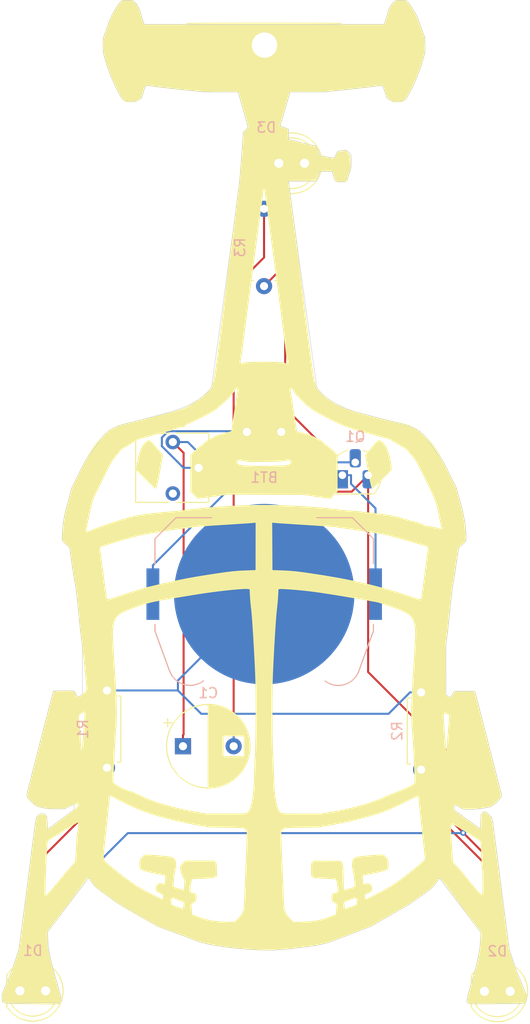
<source format=kicad_pcb>
(kicad_pcb (version 20241229) (generator "pcbnew") (generator_version "9.0")
  (layers (0 "F.Cu" signal) (2 "B.Cu" signal) (13 "F.Paste" user) (15 "B.Paste" user) (5 "F.SilkS" user "F.Silkscreen") (7 "B.SilkS" user "B.Silkscreen") (1 "F.Mask" user) (3 "B.Mask" user) (25 "Edge.Cuts" user))
  (net 0 "")
  (net 1 "Net-(BT1-+)")
  (net 2 "Net-(BT1--)")
  (net 3 "Net-(D1-K)")
  (net 4 "Net-(D2-K)")
  (net 5 "Net-(D3-K)")
  (net 6 "Net-(D1-A)")
  (net 7 "Net-(Q1-B)")
  (net 8 "Net-(R4-Pad1)")
  (footprint "Resistor_THT:R_Axial_DIN0207_L6.3mm_D2.5mm_P7.62mm_Horizontal" (layer "F.Cu") (at 169.5 107.31 90)
    (property "Reference" "R2" (at 3.81 -2.37 270) (layer "B.SilkS") (effects (justify mirror)))
    (property "Value" "R")
    (pad "1" thru_hole circle (at 0 0 90) (size 1.6 1.6) (drill 0.8) (layers "*.Cu" "*.Mask") (net 4 "Net-(D2-K)"))
    (pad "2" thru_hole oval (at 7.62 0 90) (size 1.6 1.6) (drill 0.8) (layers "*.Cu" "*.Mask") (net 2 "Net-(BT1--)"))
  )
  (footprint "OptoDevice:R_LDR_5.1x4.3mm_P3.4mm_Vertical" (layer "F.Cu") (at 152.3 74)
    (property "Reference" "R4" (at 1.7 -2.9 0) (layer "F.SilkS"))
    (property "Value" "R_Photo")
    (pad "1" thru_hole circle (at 0 0) (size 1.5 1.5) (drill 0.8) (layers "*.Cu" "*.Mask") (net 8 "Net-(R4-Pad1)"))
    (pad "2" thru_hole circle (at 3.4 0) (size 1.5 1.5) (drill 0.8) (layers "*.Cu" "*.Mask") (net 7 "Net-(Q1-B)"))
  )
  (footprint "LED_THT:LED_D5.0mm" (layer "F.Cu") (at 129.91 129.125)
    (property "Reference" "D1" (at 1.27 -3.96 0) (layer "B.SilkS") (effects (justify mirror)))
    (property "Value" "LED" (hide yes))
    (pad "1" thru_hole rect (at 0 0) (size 1.8 1.8) (drill 0.9) (layers "*.Cu" "*.Mask") (net 3 "Net-(D1-K)"))
    (pad "2" thru_hole circle (at 2.54 0) (size 1.8 1.8) (drill 0.9) (layers "*.Cu" "*.Mask") (net 6 "Net-(D1-A)"))
  )
  (footprint "LED_THT:LED_D5.0mm" (layer "F.Cu") (at 155.46 47.5)
    (property "Reference" "D3" (at -1.235 -3.525 0) (layer "B.SilkS") (effects (justify mirror)))
    (property "Value" "LED" (hide yes))
    (pad "1" thru_hole rect (at 0 0) (size 1.8 1.8) (drill 0.9) (layers "*.Cu" "*.Mask") (net 5 "Net-(D3-K)"))
    (pad "2" thru_hole circle (at 2.54 0) (size 1.8 1.8) (drill 0.9) (layers "*.Cu" "*.Mask") (net 6 "Net-(D1-A)"))
  )
  (footprint "Resistor_THT:R_Axial_DIN0207_L6.3mm_D2.5mm_P7.62mm_Horizontal" (layer "F.Cu") (at 154 59.62 90)
    (property "Reference" "R3" (at 3.81 -2.37 270) (layer "B.SilkS") (effects (justify mirror)))
    (property "Value" "R")
    (pad "1" thru_hole circle (at 0 0 90) (size 1.6 1.6) (drill 0.8) (layers "*.Cu" "*.Mask") (net 5 "Net-(D3-K)"))
    (pad "2" thru_hole oval (at 7.62 0 90) (size 1.6 1.6) (drill 0.8) (layers "*.Cu" "*.Mask") (net 2 "Net-(BT1--)"))
  )
  (footprint "Potentiometer_THT:Potentiometer_Vishay_T73YP_Vertical" (layer "F.Cu") (at 145 80.08)
    (property "Reference" "RV1" (at -0.06 -7.09 0) (layer "F.SilkS"))
    (property "Value" "R_Potentiometer")
    (pad "1" thru_hole circle (at 0 0) (size 1.44 1.44) (drill 0.8) (layers "*.Cu" "*.Mask"))
    (pad "2" thru_hole circle (at 2.54 -2.54) (size 1.44 1.44) (drill 0.8) (layers "*.Cu" "*.Mask") (net 8 "Net-(R4-Pad1)"))
    (pad "3" thru_hole circle (at 0 -5.08) (size 1.44 1.44) (drill 0.8) (layers "*.Cu" "*.Mask") (net 1 "Net-(BT1-+)"))
  )
  (footprint "Resistor_THT:R_Axial_DIN0207_L6.3mm_D2.5mm_P7.62mm_Horizontal" (layer "F.Cu") (at 138.5 107.12 90)
    (property "Reference" "R1" (at 3.81 -2.37 270) (layer "B.SilkS") (effects (justify mirror)))
    (property "Value" "R")
    (pad "1" thru_hole circle (at 0 0 90) (size 1.6 1.6) (drill 0.8) (layers "*.Cu" "*.Mask") (net 3 "Net-(D1-K)"))
    (pad "2" thru_hole oval (at 7.62 0 90) (size 1.6 1.6) (drill 0.8) (layers "*.Cu" "*.Mask") (net 2 "Net-(BT1--)"))
  )
  (footprint "Package_TO_SOT_THT:TO-92L_HandSolder" (layer "F.Cu") (at 161.73 78.27)
    (property "Reference" "Q1" (at 1.27 -3.8 0) (layer "B.SilkS") (effects (justify mirror)))
    (property "Value" "PNP")
    (pad "1" thru_hole rect (at 0 0) (size 1.1 1.8) (drill 0.75 (offset 0 0.4)) (layers "*.Cu" "*.Mask") (net 1 "Net-(BT1-+)"))
    (pad "2" thru_hole roundrect (at 1.27 -1.27) (size 1.1 1.8) (drill 0.75 (offset 0 -0.4)) (layers "*.Cu" "*.Mask") (net 7 "Net-(Q1-B)"))
    (pad "3" thru_hole roundrect (at 2.54 0) (size 1.1 1.8) (drill 0.75 (offset 0 0.4)) (layers "*.Cu" "*.Mask") (net 6 "Net-(D1-A)"))
  )
  (footprint "LOGO" (layer "F.Cu") (at 154 81)
    (property "Reference" "G***" (hide yes))
    (property "Value" "LOGO" (hide yes))
  )
  (footprint "Capacitor_THT:CP_Radial_D8.0mm_P5.00mm" (layer "F.Cu") (at 146 105)
    (property "Reference" "C1" (at 2.5 -5.25 0) (layer "B.SilkS") (effects (justify mirror)))
    (property "Value" "C")
    (pad "1" thru_hole rect (at 0 0) (size 1.6 1.6) (drill 0.8) (layers "*.Cu" "*.Mask") (net 1 "Net-(BT1-+)"))
    (pad "2" thru_hole circle (at 5 0) (size 1.6 1.6) (drill 0.8) (layers "*.Cu" "*.Mask") (net 2 "Net-(BT1--)"))
  )
  (footprint "MountingHole:MountingHole_2.5mm" (layer "F.Cu") (at 154.05 35.85)
    (property "Reference" "REF**" (hide yes))
    (property "Value" "MountingHole_2.5mm")
    (pad "" np_thru_hole circle (at 0 0) (size 2.5 2.5) (drill 2.5) (layers "*.Cu" "*.Mask"))
  )
  (footprint "LED_THT:LED_D5.0mm" (layer "F.Cu") (at 175.75 129.175)
    (property "Reference" "D2" (at 1.27 -3.96 0) (layer "B.SilkS") (effects (justify mirror)))
    (property "Value" "LED" (hide yes))
    (pad "1" thru_hole rect (at 0 0) (size 1.8 1.8) (drill 0.9) (layers "*.Cu" "*.Mask") (net 4 "Net-(D2-K)"))
    (pad "2" thru_hole circle (at 2.54 0) (size 1.8 1.8) (drill 0.9) (layers "*.Cu" "*.Mask") (net 6 "Net-(D1-A)"))
  )
  (footprint "Battery:BatteryHolder_Keystone_3034_1x20mm" (layer "B.Cu") (at 154.015 90 180)
    (property "Reference" "BT1" (at 0 11.5 0) (layer "B.SilkS") (effects (justify mirror)))
    (property "Value" "Battery_Cell")
    (pad "1" smd rect (at -10.985 0 180) (size 1.27 5.08) (layers "B.Cu" "B.Mask" "B.Paste") (net 1 "Net-(BT1-+)"))
    (pad "1" smd rect (at 10.985 0 180) (size 1.27 5.08) (layers "B.Cu" "B.Mask" "B.Paste") (net 1 "Net-(BT1-+)"))
    (pad "2" smd circle (at 0 0 180) (size 17.8 17.8) (layers "B.Cu" "B.Mask") (net 2 "Net-(BT1--)"))
  )
  (gr_line (start 161.236934 49.341905) (end 162 49.341905) (stroke (width 0.05)) (layer "Edge.Cuts"))
  (gr_line (start 139.675 31.775) (end 139.925 31.5) (stroke (width 0.05)) (layer "Edge.Cuts"))
  (gr_line (start 165.625 39.825) (end 165.8 40.075) (stroke (width 0.05)) (layer "Edge.Cuts"))
  (gr_line (start 129.125 127.1) (end 128.15 129.45) (stroke (width 0.05)) (layer "Edge.Cuts"))
  (gr_line (start 142.225 40.075) (end 141.9 41.075) (stroke (width 0.05)) (layer "Edge.Cuts"))
  (gr_line (start 173.85 83.025) (end 173.95 84.45) (stroke (width 0.05)) (layer "Edge.Cuts"))
  (gr_line (start 172.05 100) (end 172.25 100.15) (stroke (width 0.05)) (layer "Edge.Cuts"))
  (gr_line (start 170.875 118.65) (end 170.375 119.15) (stroke (width 0.05)) (layer "Edge.Cuts"))
  (gr_line (start 173.45 85.225) (end 173.3 85.35) (stroke (width 0.05)) (layer "Edge.Cuts"))
  (gr_line (start 134.575 85.175) (end 134.725 85.3) (stroke (width 0.05)) (layer "Edge.Cuts"))
  (gr_line (start 133.95 129.675) (end 133.225 127.125) (stroke (width 0.05)) (layer "Edge.Cuts"))
  (gr_line (start 137.65 119.1) (end 139.725 120.575) (stroke (width 0.05)) (layer "Edge.Cuts"))
  (gr_line (start 139 32.85) (end 139.675 31.775) (stroke (width 0.05)) (layer "Edge.Cuts"))
  (gr_line (start 132.3 111.65) (end 132 111.65) (stroke (width 0.05)) (layer "Edge.Cuts"))
  (gr_line (start 159.05 124.675) (end 156.5 125) (stroke (width 0.05)) (layer "Edge.Cuts"))
  (gr_line (start 172.775 110.85) (end 172.775 111.3) (stroke (width 0.05)) (layer "Edge.Cuts"))
  (gr_line (start 138.15 35.1) (end 139 32.85) (stroke (width 0.05)) (layer "Edge.Cuts"))
  (gr_arc (start 168.368745 73.459394) (mid 169.284546 73.889368) (end 170.017686 74.586558) (stroke (width 0.05)) (layer "Edge.Cuts"))
  (gr_line (start 171.95 99.9) (end 172.05 100) (stroke (width 0.05)) (layer "Edge.Cuts"))
  (gr_line (start 173.55 81.6) (end 173.85 83.025) (stroke (width 0.05)) (layer "Edge.Cuts"))
  (gr_line (start 173.8 84.9) (end 173.45 85.225) (stroke (width 0.05)) (layer "Edge.Cuts"))
  (gr_line (start 166.05 33.2) (end 165.85 33.8) (stroke (width 0.05)) (layer "Edge.Cuts"))
  (gr_line (start 134.175 82.975) (end 134.075 84.4) (stroke (width 0.05)) (layer "Edge.Cuts"))
  (gr_curve (pts (xy 145.025 71.95) (xy 148.025 71.05) (xy 148.825 69.55) (xy 148.825 69.55)) (stroke (width 0.05)) (layer "Edge.Cuts"))
  (gr_line (start 147.75 124.35) (end 148.975 124.625) (stroke (width 0.05)) (layer "Edge.Cuts"))
  (gr_line (start 171.95 95.025) (end 171.95 99.9) (stroke (width 0.05)) (layer "Edge.Cuts"))
  (gr_line (start 134 130.2) (end 134 130.1) (stroke (width 0.05)) (layer "Edge.Cuts"))
  (gr_line (start 131.8 111.75) (end 131.575 111.95) (stroke (width 0.05)) (layer "Edge.Cuts"))
  (gr_line (start 135.625 100.1) (end 135.55 100.025) (stroke (width 0.05)) (layer "Edge.Cuts"))
  (gr_arc (start 161.236931 49.341905) (mid 161.114153 49.278153) (end 161 49.2) (stroke (width 0.05)) (layer "Edge.Cuts"))
  (gr_line (start 151.525 124.95) (end 153.225 125.075) (stroke (width 0.05)) (layer "Edge.Cuts"))
  (gr_line (start 173.225 85.45) (end 173.175 85.675) (stroke (width 0.05)) (layer "Edge.Cuts"))
  (gr_arc (start 138.007314 74.536558) (mid 138.740454 73.839368) (end 139.656255 73.409394) (stroke (width 0.05)) (layer "Edge.Cuts"))
  (gr_line (start 169.875 36.625) (end 169.875 35.1) (stroke (width 0.05)) (layer "Edge.Cuts"))
  (gr_line (start 136.725 117.95) (end 137.15 118.6) (stroke (width 0.05)) (layer "Edge.Cuts"))
  (gr_line (start 135.2 99.525) (end 133.275 99.525) (stroke (width 0.05)) (layer "Edge.Cuts"))
  (gr_line (start 159.5 48.3) (end 160.7 48.3) (stroke (width 0.05)) (layer "Edge.Cuts"))
  (gr_line (start 159.175 45.825) (end 156.425 45.15) (stroke (width 0.05)) (layer "Edge.Cuts"))
  (gr_line (start 165.55 122.2) (end 164.55 122.775) (stroke (width 0.05)) (layer "Edge.Cuts"))
  (gr_line (start 172.775 111.3) (end 175.35 113.15) (stroke (width 0.05)) (layer "Edge.Cuts"))
  (gr_line (start 175.35 113.15) (end 175.4 111.8) (stroke (width 0.05)) (layer "Edge.Cuts"))
  (gr_line (start 133.2 99.6) (end 130.6 109.675) (stroke (width 0.05)) (layer "Edge.Cuts"))
  (gr_line (start 172.675 99.725) (end 172.825 99.575) (stroke (width 0.05)) (layer "Edge.Cuts"))
  (gr_line (start 135.55 100.025) (end 135.35 99.675) (stroke (width 0.05)) (layer "Edge.Cuts"))
  (gr_line (start 131.65 110.925) (end 132.5 111.1) (stroke (width 0.05)) (layer "Edge.Cuts"))
  (gr_line (start 174.75 99.575) (end 174.825 99.65) (stroke (width 0.05)) (layer "Edge.Cuts"))
  (gr_line (start 134.8 85.4) (end 134.85 85.625) (stroke (width 0.05)) (layer "Edge.Cuts"))
  (gr_line (start 168.368745 73.459395) (end 163 72) (stroke (width 0.05)) (layer "Edge.Cuts"))
  (gr_line (start 130.6 109.9) (end 130.7 110.075) (stroke (width 0.05)) (layer "Edge.Cuts"))
  (gr_line (start 162.85 123.425) (end 160.275 124.4) (stroke (width 0.05)) (layer "Edge.Cuts"))
  (gr_line (start 132.625 123.325) (end 136.725 117.95) (stroke (width 0.05)) (layer "Edge.Cuts"))
  (gr_line (start 134.85 85.625) (end 135.425 89.275) (stroke (width 0.05)) (layer "Edge.Cuts"))
  (gr_line (start 131.575 111.95) (end 131.45 112.4) (stroke (width 0.05)) (layer "Edge.Cuts"))
  (gr_line (start 175.3 124.875) (end 175.4 123.375) (stroke (width 0.05)) (layer "Edge.Cuts"))
  (gr_line (start 132.725 124.825) (end 132.625 123.325) (stroke (width 0.05)) (layer "Edge.Cuts"))
  (gr_line (start 141.975 33.2) (end 142.175 33.8) (stroke (width 0.05)) (layer "Edge.Cuts"))
  (gr_line (start 160.7 48.3) (end 161 49.2) (stroke (width 0.05)) (layer "Edge.Cuts"))
  (gr_line (start 164.55 122.775) (end 162.85 123.425) (stroke (width 0.05)) (layer "Edge.Cuts"))
  (gr_line (start 138.15 36.625) (end 138.15 35.1) (stroke (width 0.05)) (layer "Edge.Cuts"))
  (gr_line (start 142.4 39.825) (end 142.225 40.075) (stroke (width 0.05)) (layer "Edge.Cuts"))
  (gr_line (start 176.575 110.85) (end 176.375 110.975) (stroke (width 0.05)) (layer "Edge.Cuts"))
  (gr_line (start 175.875 111.45) (end 176.45 112) (stroke (width 0.05)) (layer "Edge.Cuts"))
  (gr_line (start 130.6 109.675) (end 130.6 109.9) (stroke (width 0.05)) (layer "Edge.Cuts"))
  (gr_line (start 170.017686 74.586559) (end 171.725 77) (stroke (width 0.05)) (layer "Edge.Cuts"))
  (gr_line (start 176.575 112.45) (end 178.2 125) (stroke (width 0.05)) (layer "Edge.Cuts"))
  (gr_line (start 152.425 43.95) (end 151.45 40.475) (stroke (width 0.05)) (layer "Edge.Cuts"))
  (gr_line (start 134.475 81.55) (end 134.175 82.975) (stroke (width 0.05)) (layer "Edge.Cuts"))
  (gr_line (start 176.45 112) (end 176.575 112.45) (stroke (width 0.05)) (layer "Edge.Cuts"))
  (gr_line (start 173.3 85.35) (end 173.225 85.45) (stroke (width 0.05)) (layer "Edge.Cuts"))
  (gr_line (start 159.2 49.3) (end 159.5 48.3) (stroke (width 0.05)) (layer "Edge.Cuts"))
  (gr_line (start 141.15 31.525) (end 141.45 31.825) (stroke (width 0.05)) (layer "Edge.Cuts"))
  (gr_line (start 145.175 123.375) (end 147.75 124.35) (stroke (width 0.05)) (layer "Edge.Cuts"))
  (gr_line (start 171.725 77) (end 172.975 79.5) (stroke (width 0.05)) (layer "Edge.Cuts"))
  (gr_line (start 168.35 31.775) (end 168.1 31.5) (stroke (width 0.05)) (layer "Edge.Cuts"))
  (gr_line (start 178.9 127.15) (end 179.875 129.5) (stroke (width 0.05)) (layer "Edge.Cuts"))
  (gr_line (start 175.65 111.5) (end 175.875 111.45) (stroke (width 0.05)) (layer "Edge.Cuts"))
  (gr_line (start 133.325 111.175) (end 134.375 111.175) (stroke (width 0.05)) (layer "Edge.Cuts"))
  (gr_line (start 173.9 84.75) (end 173.8 84.9) (stroke (width 0.05)) (layer "Edge.Cuts"))
  (gr_line (start 153.225 125.075) (end 154.8 125.125) (stroke (width 0.05)) (layer "Edge.Cuts"))
  (gr_line (start 156.5 125) (end 154.8 125.125) (stroke (width 0.05)) (layer "Edge.Cuts"))
  (gr_line (start 142.475 122.15) (end 143.475 122.725) (stroke (width 0.05)) (layer "Edge.Cuts"))
  (gr_line (start 139.656255 73.409395) (end 145.025 71.95) (stroke (width 0.05)) (layer "Edge.Cuts"))
  (gr_line (start 173.175 85.675) (end 172.6 89.325) (stroke (width 0.05)) (layer "Edge.Cuts"))
  (gr_line (start 134.125 84.7) (end 134.225 84.85) (stroke (width 0.05)) (layer "Edge.Cuts"))
  (gr_line (start 167.1 31.425) (end 166.875 31.525) (stroke (width 0.05)) (layer "Edge.Cuts"))
  (gr_line (start 174.175 130.375) (end 174.025 130.25) (stroke (width 0.05)) (layer "Edge.Cuts"))
  (gr_line (start 131.45 110.8) (end 131.65 110.925) (stroke (width 0.05)) (layer "Edge.Cuts"))
  (gr_line (start 168.02649 41.149207) (end 168.625 40.075) (stroke (width 0.05)) (layer "Edge.Cuts"))
  (gr_line (start 174.025 130.15) (end 174.075 129.725) (stroke (width 0.05)) (layer "Edge.Cuts"))
  (gr_curve (pts (xy 163 72) (xy 160 71.1) (xy 159.2 69.6) (xy 159.2 69.6)) (stroke (width 0.05)) (layer "Edge.Cuts"))
  (gr_line (start 133.225 127.125) (end 132.95 126.025) (stroke (width 0.05)) (layer "Edge.Cuts"))
  (gr_line (start 135.425 89.275) (end 136.075 94.975) (stroke (width 0.05)) (layer "Edge.Cuts"))
  (gr_line (start 174.7 111.225) (end 173.65 111.225) (stroke (width 0.05)) (layer "Edge.Cuts"))
  (gr_line (start 131.1 110.525) (end 131.45 110.8) (stroke (width 0.05)) (layer "Edge.Cuts"))
  (gr_line (start 156.575 40.475) (end 160 40.475) (stroke (width 0.05)) (layer "Edge.Cuts"))
  (gr_line (start 151.625 49.25) (end 151.95 44.45) (stroke (width 0.05)) (layer "Edge.Cuts"))
  (gr_line (start 166.575 31.825) (end 166.3 32.35) (stroke (width 0.05)) (layer "Edge.Cuts"))
  (gr_line (start 141.45 31.825) (end 141.725 32.35) (stroke (width 0.05)) (layer "Edge.Cuts"))
  (gr_line (start 177.425 109.725) (end 177.425 109.95) (stroke (width 0.05)) (layer "Edge.Cuts"))
  (gr_line (start 129.825 124.95) (end 129.125 127.1) (stroke (width 0.05)) (layer "Edge.Cuts"))
  (gr_line (start 128.625 130.325) (end 133.85 130.325) (stroke (width 0.05)) (layer "Edge.Cuts"))
  (gr_line (start 148.825 69.55) (end 151.625 49.25) (stroke (width 0.05)) (layer "Edge.Cuts"))
  (gr_line (start 140.925 31.425) (end 141.15 31.525) (stroke (width 0.05)) (layer "Edge.Cuts"))
  (gr_line (start 176.375 110.975) (end 175.525 111.15) (stroke (width 0.05)) (layer "Edge.Cuts"))
  (gr_line (start 166.875 31.525) (end 166.575 31.825) (stroke (width 0.05)) (layer "Edge.Cuts"))
  (gr_line (start 179.75 130.3) (end 179.4 130.375) (stroke (width 0.05)) (layer "Edge.Cuts"))
  (gr_line (start 155.6 43.8) (end 156.575 40.475) (stroke (width 0.05)) (layer "Edge.Cuts"))
  (gr_line (start 148.975 124.625) (end 151.525 124.95) (stroke (width 0.05)) (layer "Edge.Cuts"))
  (gr_line (start 161.3 46.3) (end 160.9 47) (stroke (width 0.05)) (layer "Edge.Cuts"))
  (gr_line (start 135.975 99.95) (end 135.775 100.1) (stroke (width 0.05)) (layer "Edge.Cuts"))
  (gr_line (start 151.45 40.475) (end 148.025 40.475) (stroke (width 0.05)) (layer "Edge.Cuts"))
  (gr_line (start 128.2 130.175) (end 128.275 130.25) (stroke (width 0.05)) (layer "Edge.Cuts"))
  (gr_line (start 172.9 110.8) (end 172.775 110.85) (stroke (width 0.05)) (layer "Edge.Cuts"))
  (gr_line (start 174.825 99.65) (end 177.425 109.725) (stroke (width 0.05)) (layer "Edge.Cuts"))
  (gr_line (start 137.15 118.6) (end 137.65 119.1) (stroke (width 0.05)) (layer "Edge.Cuts"))
  (gr_line (start 175.4 123.375) (end 171.3 118) (stroke (width 0.05)) (layer "Edge.Cuts"))
  (gr_line (start 132 111.65) (end 131.8 111.75) (stroke (width 0.05)) (layer "Edge.Cuts"))
  (gr_line (start 159.2 69.6) (end 156.4 49.3) (stroke (width 0.05)) (layer "Edge.Cuts"))
  (gr_line (start 175.075 126.075) (end 175.3 124.875) (stroke (width 0.05)) (layer "Edge.Cuts"))
  (gr_line (start 173.65 111.225) (end 172.9 110.8) (stroke (width 0.05)) (layer "Edge.Cuts"))
  (gr_line (start 168.625 40.075) (end 169.325 38.425) (stroke (width 0.05)) (layer "Edge.Cuts"))
  (gr_line (start 176.925 110.575) (end 176.575 110.85) (stroke (width 0.05)) (layer "Edge.Cuts"))
  (gr_line (start 138.7 38.425) (end 138.15 36.625) (stroke (width 0.05)) (layer "Edge.Cuts"))
  (gr_line (start 179.825 130.225) (end 179.75 130.3) (stroke (width 0.05)) (layer "Edge.Cuts"))
  (gr_line (start 169.875 35.1) (end 169.025 32.85) (stroke (width 0.05)) (layer "Edge.Cuts"))
  (gr_line (start 134.225 84.85) (end 134.575 85.175) (stroke (width 0.05)) (layer "Edge.Cuts"))
  (gr_line (start 175.4 111.8) (end 175.65 111.5) (stroke (width 0.05)) (layer "Edge.Cuts"))
  (gr_line (start 139.99851 41.149207) (end 139.4 40.075) (stroke (width 0.05)) (layer "Edge.Cuts"))
  (gr_line (start 136.075 94.975) (end 136.075 99.85) (stroke (width 0.05)) (layer "Edge.Cuts"))
  (gr_line (start 128.15 129.9) (end 128.2 130.175) (stroke (width 0.05)) (layer "Edge.Cuts"))
  (gr_line (start 135.775 100.1) (end 135.625 100.1) (stroke (width 0.05)) (layer "Edge.Cuts"))
  (gr_line (start 139.725 120.575) (end 142.475 122.15) (stroke (width 0.05)) (layer "Edge.Cuts"))
  (gr_line (start 148.025 40.475) (end 142.4 39.825) (stroke (width 0.05)) (layer "Edge.Cuts"))
  (gr_line (start 165.85 33.8) (end 155.65 33.8) (stroke (width 0.05)) (layer "Edge.Cuts"))
  (gr_line (start 159.475 46.75) (end 159.175 45.825) (stroke (width 0.05)) (layer "Edge.Cuts"))
  (gr_line (start 134.375 111.175) (end 135.125 110.75) (stroke (width 0.05)) (layer "Edge.Cuts"))
  (gr_line (start 166.3 32.35) (end 166.05 33.2) (stroke (width 0.05)) (layer "Edge.Cuts"))
  (gr_line (start 160 40.475) (end 165.625 39.825) (stroke (width 0.05)) (layer "Edge.Cuts"))
  (gr_line (start 132.5 111.1) (end 133.325 111.175) (stroke (width 0.05)) (layer "Edge.Cuts"))
  (gr_arc (start 141.9 41.075) (mid 140.961666 41.430134) (end 139.99851 41.149207) (stroke (width 0.05)) (layer "Edge.Cuts"))
  (gr_line (start 135.125 110.75) (end 135.25 110.8) (stroke (width 0.05)) (layer "Edge.Cuts"))
  (gr_line (start 174.025 130.25) (end 174.025 130.15) (stroke (width 0.05)) (layer "Edge.Cuts"))
  (gr_line (start 140.125 31.425) (end 140.925 31.425) (stroke (width 0.05)) (layer "Edge.Cuts"))
  (gr_line (start 141.725 32.35) (end 141.975 33.2) (stroke (width 0.05)) (layer "Edge.Cuts"))
  (gr_line (start 156.4 49.3) (end 159.2 49.3) (stroke (width 0.05)) (layer "Edge.Cuts"))
  (gr_line (start 169.325 38.425) (end 169.875 36.625) (stroke (width 0.05)) (layer "Edge.Cuts"))
  (gr_line (start 172.975 79.5) (end 173.55 81.6) (stroke (width 0.05)) (layer "Edge.Cuts"))
  (gr_line (start 135.35 99.675) (end 135.2 99.525) (stroke (width 0.05)) (layer "Edge.Cuts"))
  (gr_line (start 179.875 129.95) (end 179.825 130.225) (stroke (width 0.05)) (layer "Edge.Cuts"))
  (gr_line (start 152.425 43.95) (end 151.95 44.45) (stroke (width 0.05)) (layer "Edge.Cuts"))
  (gr_line (start 135.25 110.8) (end 135.25 111.25) (stroke (width 0.05)) (layer "Edge.Cuts"))
  (gr_arc (start 168.02649 41.149207) (mid 167.063334 41.430133) (end 166.125 41.075) (stroke (width 0.05)) (layer "Edge.Cuts"))
  (gr_line (start 165.8 40.075) (end 166.125 41.075) (stroke (width 0.05)) (layer "Edge.Cuts"))
  (gr_line (start 142.175 33.8) (end 155.65 33.8) (stroke (width 0.05)) (layer "Edge.Cuts"))
  (gr_line (start 172.25 100.15) (end 172.4 100.15) (stroke (width 0.05)) (layer "Edge.Cuts"))
  (gr_line (start 171.3 118) (end 170.875 118.65) (stroke (width 0.05)) (layer "Edge.Cuts"))
  (gr_line (start 128.15 129.45) (end 128.15 129.9) (stroke (width 0.05)) (layer "Edge.Cuts"))
  (gr_line (start 131.45 112.4) (end 129.825 124.95) (stroke (width 0.05)) (layer "Edge.Cuts"))
  (gr_line (start 173.95 84.45) (end 173.9 84.75) (stroke (width 0.05)) (layer "Edge.Cuts"))
  (gr_line (start 169.025 32.85) (end 168.35 31.775) (stroke (width 0.05)) (layer "Edge.Cuts"))
  (gr_line (start 172.4 100.15) (end 172.475 100.075) (stroke (width 0.05)) (layer "Edge.Cuts"))
  (gr_line (start 179.875 129.5) (end 179.875 129.95) (stroke (width 0.05)) (layer "Edge.Cuts"))
  (gr_line (start 139.4 40.075) (end 138.7 38.425) (stroke (width 0.05)) (layer "Edge.Cuts"))
  (gr_line (start 170.375 119.15) (end 168.3 120.625) (stroke (width 0.05)) (layer "Edge.Cuts"))
  (gr_line (start 179.4 130.375) (end 174.175 130.375) (stroke (width 0.05)) (layer "Edge.Cuts"))
  (gr_line (start 174.8 127.175) (end 175.075 126.075) (stroke (width 0.05)) (layer "Edge.Cuts"))
  (gr_line (start 136.3 76.95) (end 135.05 79.45) (stroke (width 0.05)) (layer "Edge.Cuts"))
  (gr_line (start 168.3 120.625) (end 165.55 122.2) (stroke (width 0.05)) (layer "Edge.Cuts"))
  (gr_line (start 130.7 110.075) (end 131.1 110.525) (stroke (width 0.05)) (layer "Edge.Cuts"))
  (gr_line (start 128.275 130.25) (end 128.625 130.325) (stroke (width 0.05)) (layer "Edge.Cuts"))
  (gr_arc (start 162.562228 46.607249) (mid 162.554616 48.030807) (end 162 49.341905) (stroke (width 0.05)) (layer "Edge.Cuts"))
  (gr_line (start 156.425 44.15) (end 155.6 43.8) (stroke (width 0.05)) (layer "Edge.Cuts"))
  (gr_line (start 134.725 85.3) (end 134.8 85.4) (stroke (width 0.05)) (layer "Edge.Cuts"))
  (gr_line (start 177.425 109.95) (end 177.325 110.125) (stroke (width 0.05)) (layer "Edge.Cuts"))
  (gr_line (start 168.1 31.5) (end 167.9 31.425) (stroke (width 0.05)) (layer "Edge.Cuts"))
  (gr_line (start 167.9 31.425) (end 167.1 31.425) (stroke (width 0.05)) (layer "Edge.Cuts"))
  (gr_line (start 133.85 130.325) (end 134 130.2) (stroke (width 0.05)) (layer "Edge.Cuts"))
  (gr_line (start 159.7 46.8) (end 159.475 46.75) (stroke (width 0.05)) (layer "Edge.Cuts"))
  (gr_line (start 143.475 122.725) (end 145.175 123.375) (stroke (width 0.05)) (layer "Edge.Cuts"))
  (gr_line (start 174.075 129.725) (end 174.8 127.175) (stroke (width 0.05)) (layer "Edge.Cuts"))
  (gr_line (start 172.825 99.575) (end 174.75 99.575) (stroke (width 0.05)) (layer "Edge.Cuts"))
  (gr_line (start 136.075 99.85) (end 135.975 99.95) (stroke (width 0.05)) (layer "Edge.Cuts"))
  (gr_line (start 135.25 111.25) (end 132.65 113.2) (stroke (width 0.05)) (layer "Edge.Cuts"))
  (gr_line (start 160.275 124.4) (end 159.05 124.675) (stroke (width 0.05)) (layer "Edge.Cuts"))
  (gr_line (start 177.325 110.125) (end 176.925 110.575) (stroke (width 0.05)) (layer "Edge.Cuts"))
  (gr_line (start 172.6 89.325) (end 171.95 95.025) (stroke (width 0.05)) (layer "Edge.Cuts"))
  (gr_line (start 172.475 100.075) (end 172.675 99.725) (stroke (width 0.05)) (layer "Edge.Cuts"))
  (gr_line (start 139.925 31.5) (end 140.125 31.425) (stroke (width 0.05)) (layer "Edge.Cuts"))
  (gr_line (start 159.7 46.8) (end 160.9 47) (stroke (width 0.05)) (layer "Edge.Cuts"))
  (gr_line (start 132.95 126.025) (end 132.725 124.825) (stroke (width 0.05)) (layer "Edge.Cuts"))
  (gr_line (start 134.075 84.4) (end 134.125 84.7) (stroke (width 0.05)) (layer "Edge.Cuts"))
  (gr_line (start 162.562228 46.607255) (end 162.1 46.2) (stroke (width 0.05)) (layer "Edge.Cuts"))
  (gr_line (start 161.3 46.3) (end 162.1 46.2) (stroke (width 0.05)) (layer "Edge.Cuts"))
  (gr_line (start 175.525 111.15) (end 174.7 111.225) (stroke (width 0.05)) (layer "Edge.Cuts"))
  (gr_line (start 138.007314 74.536559) (end 136.3 76.95) (stroke (width 0.05)) (layer "Edge.Cuts"))
  (gr_line (start 134 130.1) (end 133.95 129.675) (stroke (width 0.05)) (layer "Edge.Cuts"))
  (gr_line (start 178.2 125) (end 178.9 127.15) (stroke (width 0.05)) (layer "Edge.Cuts"))
  (gr_line (start 132.65 113.2) (end 132.55 111.9) (stroke (width 0.05)) (layer "Edge.Cuts"))
  (gr_line (start 133.275 99.525) (end 133.2 99.6) (stroke (width 0.05)) (layer "Edge.Cuts"))
  (gr_line (start 156.425 45.15) (end 156.425 44.15) (stroke (width 0.05)) (layer "Edge.Cuts"))
  (gr_line (start 135.05 79.45) (end 134.475 81.55) (stroke (width 0.05)) (layer "Edge.Cuts"))
  (gr_line (start 132.55 111.9) (end 132.3 111.65) (stroke (width 0.05)) (layer "Edge.Cuts"))
  (segment (start 146 105) (end 146 103.8983) (width 0.2) (layer "F.Cu") (net 1))
  (segment (start 145 75) (end 146.062 76.062) (width 0.2) (layer "F.Cu") (net 1))
  (segment (start 146.062 103.8363) (end 146 103.8983) (width 0.2) (layer "F.Cu") (net 1))
  (segment (start 146.062 76.062) (end 146.062 103.8363) (width 0.2) (layer "F.Cu") (net 1))
  (segment (start 150.8333 79.3551) (end 150.8333 79.355) (width 0.2) (layer "B.Cu") (net 1))
  (segment (start 162.0841 78.27) (end 162.5817 78.27) (width 0.2) (layer "B.Cu") (net 1))
  (segment (start 162.5817 79.1217) (end 162.5817 78.27) (width 0.2) (layer "B.Cu") (net 1))
  (segment (start 143.03 90) (end 143.03 87.1583) (width 0.2) (layer "B.Cu") (net 1))
  (segment (start 150.8333 79.355) (end 146.4782 75) (width 0.2) (layer "B.Cu") (net 1))
  (segment (start 146.4782 75) (end 145 75) (width 0.2) (layer "B.Cu") (net 1))
  (segment (start 151.6464 79.3551) (end 150.8333 79.3551) (width 0.2) (layer "B.Cu") (net 1))
  (segment (start 143.03 87.1583) (end 150.8333 79.355) (width 0.2) (layer "B.Cu") (net 1))
  (segment (start 161.73 78.27) (end 152.7315 78.27) (width 0.2) (layer "B.Cu") (net 1))
  (segment (start 165 81.54) (end 162.5817 79.1217) (width 0.2) (layer "B.Cu") (net 1))
  (segment (start 152.7315 78.27) (end 151.6464 79.3551) (width 0.2) (layer "B.Cu") (net 1))
  (segment (start 165 90) (end 165 81.54) (width 0.2) (layer "B.Cu") (net 1))
  (segment (start 162.0841 78.27) (end 161.73 78.27) (width 0.2) (layer "B.Cu") (net 1))
  (segment (start 151 59.7958) (end 154 56.7958) (width 0.2) (layer "F.Cu") (net 2))
  (segment (start 154 56.7958) (end 154 52) (width 0.2) (layer "F.Cu") (net 2))
  (segment (start 151 105) (end 151 59.7958) (width 0.2) (layer "F.Cu") (net 2))
  (segment (start 154.015 90) (end 145.5 98.515) (width 0.2) (layer "B.Cu") (net 2))
  (segment (start 169.5 99.69) (end 168.3983 99.69) (width 0.2) (layer "B.Cu") (net 2))
  (segment (start 145.5 98.515) (end 145.5 99.5) (width 0.2) (layer "B.Cu") (net 2))
  (segment (start 147.8 101.8) (end 151 101.8) (width 0.2) (layer "B.Cu") (net 2))
  (segment (start 138.5 99.5) (end 145.5 99.5) (width 0.2) (layer "B.Cu") (net 2))
  (segment (start 151 101.8) (end 151 105) (width 0.2) (layer "B.Cu") (net 2))
  (segment (start 145.5 99.5) (end 147.8 101.8) (width 0.2) (layer "B.Cu") (net 2))
  (segment (start 166.2883 101.8) (end 168.3983 99.69) (width 0.2) (layer "B.Cu") (net 2))
  (segment (start 151 101.8) (end 166.2883 101.8) (width 0.2) (layer "B.Cu") (net 2))
  (segment (start 129.91 127.9233) (end 131.896 125.9373) (width 0.2) (layer "F.Cu") (net 3))
  (segment (start 129.91 129.125) (end 129.91 127.9233) (width 0.2) (layer "F.Cu") (net 3))
  (segment (start 131.896 125.9373) (end 131.896 116.2023) (width 0.2) (layer "F.Cu") (net 3))
  (segment (start 131.896 116.2023) (end 138.5 109.5983) (width 0.2) (layer "F.Cu") (net 3))
  (segment (start 138.5 109.5983) (end 138.5 107.12) (width 0.2) (layer "F.Cu") (net 3))
  (segment (start 175.75 116.5577) (end 175.75 129.175) (width 0.2) (layer "F.Cu") (net 4))
  (segment (start 169.5 107.31) (end 169.5 110.3077) (width 0.2) (layer "F.Cu") (net 4))
  (segment (start 169.5 110.3077) (end 175.75 116.5577) (width 0.2) (layer "F.Cu") (net 4))
  (segment (start 155.46 47.5) (end 155.46 58.16) (width 0.2) (layer "F.Cu") (net 5))
  (segment (start 155.46 58.16) (end 154 59.62) (width 0.2) (layer "F.Cu") (net 5))
  (segment (start 171.9133 105.3258) (end 164.27 97.6825) (width 0.2) (layer "F.Cu") (net 6))
  (segment (start 161.0472 79.8906) (end 162.6494 79.8906) (width 0.2) (layer "F.Cu") (net 6))
  (segment (start 157.7326 47.5) (end 156.0856 49.147) (width 0.2) (layer "F.Cu") (net 6))
  (segment (start 173.6512 113.5334) (end 171.9133 111.7955) (width 0.2) (layer "F.Cu") (net 6))
  (segment (start 156.0856 71.6456) (end 160.6093 76.1693) (width 0.2) (layer "F.Cu") (net 6))
  (segment (start 158 47.5) (end 157.7326 47.5) (width 0.2) (layer "F.Cu") (net 6))
  (segment (start 160.6093 76.1693) (end 160.6093 79.4527) (width 0.2) (layer "F.Cu") (net 6))
  (segment (start 171.9133 111.7955) (end 171.9133 105.3258) (width 0.2) (layer "F.Cu") (net 6))
  (segment (start 176.2648 127.1498) (end 176.2648 116.147) (width 0.2) (layer "F.Cu") (net 6))
  (segment (start 164.27 97.6825) (end 164.27 78.27) (width 0.2) (layer "F.Cu") (net 6))
  (segment (start 156.0856 49.147) (end 156.0856 71.6456) (width 0.2) (layer "F.Cu") (net 6))
  (segment (start 178.29 129.175) (end 176.2648 127.1498) (width 0.2) (layer "F.Cu") (net 6))
  (segment (start 162.6494 79.8906) (end 164.27 78.27) (width 0.2) (layer "F.Cu") (net 6))
  (segment (start 160.6093 79.4527) (end 161.0472 79.8906) (width 0.2) (layer "F.Cu") (net 6))
  (segment (start 176.2648 116.147) (end 173.6512 113.5334) (width 0.2) (layer "F.Cu") (net 6))
  (via (at 173.6512 113.5334) (size 0.6) (drill 0.3) (layers "F.Cu" "B.Cu") (net 6))
  (segment (start 132.283 121.8432) (end 140.5554 113.5708) (width 0.2) (layer "B.Cu") (net 6))
  (segment (start 132.45 129.125) (end 132.283 128.958) (width 0.2) (layer "B.Cu") (net 6))
  (segment (start 140.5554 113.5708) (end 173.6138 113.5708) (width 0.2) (layer "B.Cu") (net 6))
  (segment (start 173.6138 113.5708) (end 173.6512 113.5334) (width 0.2) (layer "B.Cu") (net 6))
  (segment (start 132.283 128.958) (end 132.283 121.8432) (width 0.2) (layer "B.Cu") (net 6))
  (segment (start 163 77) (end 158.7 77) (width 0.2) (layer "B.Cu") (net 7))
  (segment (start 158.7 77) (end 155.7 74) (width 0.2) (layer "B.Cu") (net 7))
  (segment (start 143.917 74.563) (end 143.917 75.4052) (width 0.2) (layer "B.Cu") (net 8))
  (segment (start 152.3 74) (end 152.2299 73.9299) (width 0.2) (layer "B.Cu") (net 8))
  (segment (start 146.0518 77.54) (end 147.54 77.54) (width 0.2) (layer "B.Cu") (net 8))
  (segment (start 144.5501 73.9299) (end 143.917 74.563) (width 0.2) (layer "B.Cu") (net 8))
  (segment (start 143.917 75.4052) (end 146.0518 77.54) (width 0.2) (layer "B.Cu") (net 8))
  (segment (start 152.2299 73.9299) (end 144.5501 73.9299) (width 0.2) (layer "B.Cu") (net 8))
)
</source>
